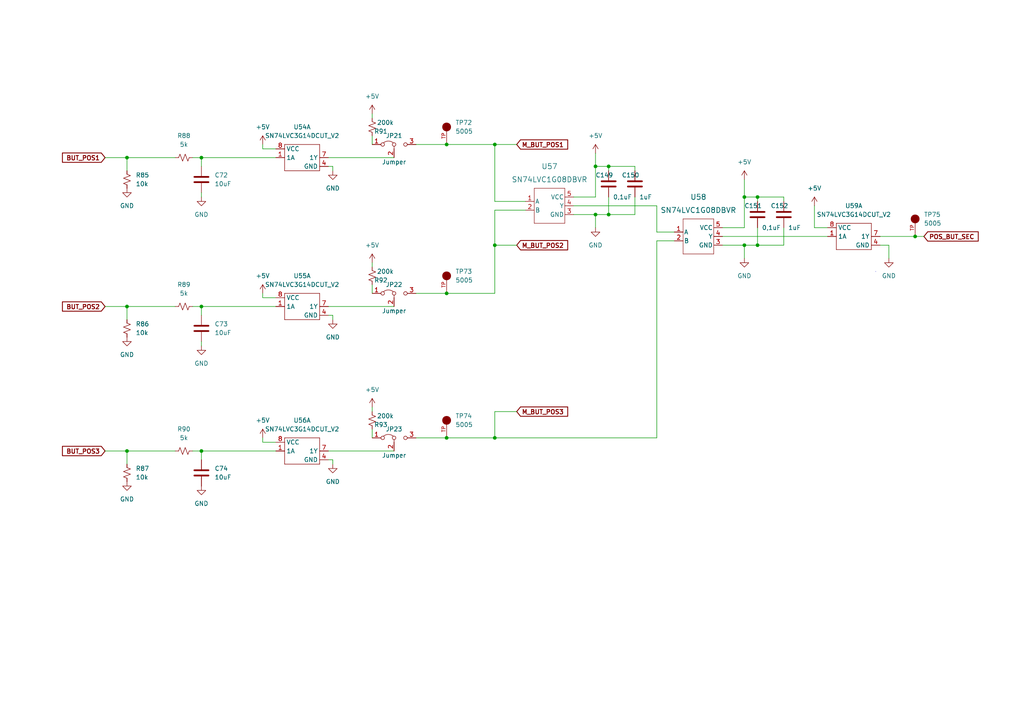
<source format=kicad_sch>
(kicad_sch (version 20211123) (generator eeschema)
  (paper "A4")
  (lib_symbols
    (symbol "Device:C" (pin_numbers hide) (pin_names (offset 0.254))
      (property "Reference" "C" (at 0.635 2.54 0))
      (property "Value" "C" (at 0.635 -2.54 0))
      (symbol "C_0_1"
        (polyline (pts (xy -2.032 -0.762) (xy 2.032 -0.762)) (stroke (width 0.508)))
        (polyline (pts (xy -2.032 0.762) (xy 2.032 0.762)) (stroke (width 0.508)))
      )
      (symbol "C_1_1"
        (pin passive line (at 0 3.81 270) (length 2.794) (name "~") (number "1"))
        (pin passive line (at 0 -3.81 90) (length 2.794) (name "~") (number "2"))
      )
    )
    (symbol "Device:R_Small_US" (pin_numbers hide) (pin_names (offset 0.254) hide)
      (property "Reference" "R" (at 0.762 0.508 0))
      (property "Value" "R_Small_US" (at 0.762 -1.016 0))
      (symbol "R_Small_US_1_1"
        (polyline (pts (xy 0 0) (xy 1.016 -0.381) (xy 0 -0.762) (xy -1.016 -1.143) (xy 0 -1.524)))
        (polyline (pts (xy 0 1.524) (xy 1.016 1.143) (xy 0 0.762) (xy -1.016 0.381) (xy 0 0)))
        (pin passive line (at 0 2.54 270) (length 1.016) (name "~") (number "1"))
        (pin passive line (at 0 -2.54 90) (length 1.016) (name "~") (number "2"))
      )
    )
    (symbol "Jumper:Jumper_3_Bridged12" (pin_names (offset 0) hide)
      (property "Reference" "JP" (at -2.54 -2.54 0))
      (property "Value" "Jumper_3_Bridged12" (at 0 2.794 0))
      (symbol "Jumper_3_Bridged12_0_0"
        (circle (center -3.302 0) (radius 0.508))
        (circle (center 0 0) (radius 0.508))
        (circle (center 3.302 0) (radius 0.508))
      )
      (symbol "Jumper_3_Bridged12_0_1"
        (arc (start -0.254 0.508) (mid -1.651 0.9912) (end -3.048 0.508))
        (polyline (pts (xy 0 -1.27) (xy 0 -0.508)))
      )
      (symbol "Jumper_3_Bridged12_1_1"
        (pin passive line (at -6.35 0 0) (length 2.54) (name "A") (number "1"))
        (pin passive line (at 0 -3.81 90) (length 2.54) (name "C") (number "2"))
        (pin passive line (at 6.35 0 180) (length 2.54) (name "B") (number "3"))
      )
    )
    (symbol "SymLib:5005" (pin_names (offset 1.016))
      (property "Reference" "TP" (at -2.54 2.54 0))
      (property "Value" "5005" (at -2.54 -3.81 0))
      (symbol "5005_0_0"
        (circle (center 0 0) (radius 0.635) (stroke (width 1.27)))
        (pin passive line (at -5.08 0 0) (length 5.08) (name "~") (number "TP"))
      )
    )
    (symbol "SymLib:SN74LVC1G08DBVR" (pin_names (offset 0.254))
      (property "Reference" "U" (at 25.4 10.16 0))
      (property "Value" "SN74LVC1G08DBVR" (at 25.4 7.62 0))
      (symbol "SN74LVC1G08DBVR_0_1"
        (polyline (pts (xy 20.32 -7.62) (xy 29.21 -7.62)) (stroke (width 0.127)))
        (polyline (pts (xy 20.32 2.54) (xy 20.32 -7.62)) (stroke (width 0.127)))
        (polyline (pts (xy 29.21 -7.62) (xy 29.21 2.54)) (stroke (width 0.127)))
        (polyline (pts (xy 29.21 2.54) (xy 20.32 2.54)) (stroke (width 0.127)))
        (pin input line (at 17.78 -1.27 0) (length 2.54) (name "A") (number "1"))
        (pin input line (at 17.78 -3.81 0) (length 2.54) (name "B") (number "2"))
        (pin power_in line (at 31.75 -5.08 180) (length 2.54) (name "GND") (number "3"))
        (pin output line (at 31.75 -2.54 180) (length 2.54) (name "Y") (number "4"))
        (pin power_in line (at 31.75 0 180) (length 2.54) (name "VCC") (number "5"))
      )
    )
    (symbol "SymLib:SN74LVC3G14DCUT_V2"
      (property "Reference" "U" (at -3.81 5.08 0))
      (property "Value" "SN74LVC3G14DCUT_V2" (at 0 -5.08 0))
      (symbol "SN74LVC3G14DCUT_V2_0_1"
        (rectangle (start -5.08 -3.81) (end 5.08 -3.81))
        (rectangle (start -5.08 3.81) (end -5.08 -3.81))
        (rectangle (start -5.08 3.81) (end 5.08 3.81))
        (rectangle (start 5.08 3.81) (end 5.08 -3.81))
      )
      (symbol "SN74LVC3G14DCUT_V2_1_1"
        (pin bidirectional line (at -7.62 0 0) (length 2.54) (name "1A") (number "1"))
        (pin bidirectional line (at 7.62 -2.54 180) (length 2.54) (name "GND") (number "4"))
        (pin output line (at 7.62 0 180) (length 2.54) (name "1Y") (number "7"))
        (pin bidirectional line (at -7.62 2.54 0) (length 2.54) (name "VCC") (number "8"))
      )
      (symbol "SN74LVC3G14DCUT_V2_2_1"
        (pin bidirectional line (at -7.62 0 0) (length 2.54) (name "2A") (number "3"))
        (pin output line (at 7.62 0 180) (length 2.54) (name "2Y") (number "5"))
      )
      (symbol "SN74LVC3G14DCUT_V2_3_1"
        (pin output line (at 7.62 0 180) (length 2.54) (name "3Y") (number "2"))
        (pin bidirectional line (at -7.62 0 0) (length 2.54) (name "3A") (number "6"))
      )
    )
    (symbol "power:+5V" (power) (pin_names (offset 0))
      (property "Value" "+5V" (at 0 3.556 0))
      (symbol "+5V_0_1"
        (polyline (pts (xy -0.762 1.27) (xy 0 2.54)))
        (polyline (pts (xy 0 0) (xy 0 2.54)))
        (polyline (pts (xy 0 2.54) (xy 0.762 1.27)))
      )
      (symbol "+5V_1_1"
        (pin power_in line (at 0 0 90) (length 0) hide (name "+5V") (number "1"))
      )
    )
    (symbol "power:GND" (power) (pin_names (offset 0))
      (property "Value" "GND" (at 0 -3.81 0))
      (symbol "GND_0_1"
        (polyline (pts (xy 0 0) (xy 0 -1.27) (xy 1.27 -1.27) (xy 0 -2.54) (xy -1.27 -1.27) (xy 0 -1.27)))
      )
      (symbol "GND_1_1"
        (pin power_in line (at 0 0 270) (length 0) hide (name "GND") (number "1"))
      )
    )
  )
  (junction (at 129.54 85.09))
  (junction (at 36.83 45.72))
  (junction (at 58.42 88.9))
  (junction (at 172.72 48.26))
  (junction (at 176.53 48.26))
  (junction (at 58.42 130.81))
  (junction (at 129.54 41.91))
  (junction (at 172.72 62.23))
  (junction (at 58.42 45.72))
  (junction (at 143.51 127))
  (junction (at 36.83 130.81))
  (junction (at 176.53 62.23))
  (junction (at 215.9 71.12))
  (junction (at 36.83 88.9))
  (junction (at 265.43 68.58))
  (junction (at 143.51 41.91))
  (junction (at 215.9 57.15))
  (junction (at 129.54 127))
  (junction (at 219.71 57.15))
  (junction (at 143.51 71.12))
  (junction (at 219.71 71.12))
  (wire (pts (xy 80.01 43.18) (xy 76.2 43.18)))
  (wire (pts (xy 107.95 39.37) (xy 107.95 41.91)))
  (wire (pts (xy 172.72 48.26) (xy 172.72 57.15)))
  (wire (pts (xy 95.25 88.9) (xy 114.3 88.9)))
  (wire (pts (xy 107.95 124.46) (xy 107.95 127)))
  (wire (pts (xy 209.55 66.04) (xy 215.9 66.04)))
  (wire (pts (xy 58.42 88.9) (xy 58.42 91.44)))
  (wire (pts (xy 55.88 130.81) (xy 58.42 130.81)))
  (wire (pts (xy 219.71 71.12) (xy 227.33 71.12)))
  (wire (pts (xy 55.88 88.9) (xy 58.42 88.9)))
  (wire (pts (xy 107.95 119.38) (xy 107.95 118.11)))
  (wire (pts (xy 190.5 59.69) (xy 190.5 67.31)))
  (wire (pts (xy 95.25 91.44) (xy 96.52 91.44)))
  (wire (pts (xy 190.5 69.85) (xy 195.58 69.85)))
  (wire (pts (xy 36.83 45.72) (xy 50.8 45.72)))
  (wire (pts (xy 95.25 45.72) (xy 114.3 45.72)))
  (wire (pts (xy 58.42 45.72) (xy 80.01 45.72)))
  (wire (pts (xy 143.51 60.96) (xy 143.51 71.12)))
  (wire (pts (xy 143.51 41.91) (xy 129.54 41.91)))
  (wire (pts (xy 58.42 130.81) (xy 80.01 130.81)))
  (wire (pts (xy 215.9 71.12) (xy 215.9 74.93)))
  (wire (pts (xy 143.51 71.12) (xy 149.86 71.12)))
  (wire (pts (xy 227.33 57.15) (xy 219.71 57.15)))
  (wire (pts (xy 184.15 57.15) (xy 184.15 62.23)))
  (wire (pts (xy 227.33 66.04) (xy 227.33 71.12)))
  (wire (pts (xy 215.9 57.15) (xy 215.9 66.04)))
  (wire (pts (xy 166.37 59.69) (xy 190.5 59.69)))
  (wire (pts (xy 184.15 48.26) (xy 176.53 48.26)))
  (wire (pts (xy 36.83 88.9) (xy 36.83 92.71)))
  (wire (pts (xy 36.83 130.81) (xy 36.83 134.62)))
  (wire (pts (xy 149.86 119.38) (xy 143.51 119.38)))
  (wire (pts (xy 172.72 48.26) (xy 176.53 48.26)))
  (wire (pts (xy 76.2 43.18) (xy 76.2 41.91)))
  (wire (pts (xy 107.95 82.55) (xy 107.95 85.09)))
  (wire (pts (xy 95.25 48.26) (xy 96.52 48.26)))
  (polyline (pts (xy 254 78.74) (xy 254 78.74)))
  (wire (pts (xy 107.95 77.47) (xy 107.95 76.2)))
  (wire (pts (xy 265.43 68.58) (xy 267.97 68.58)))
  (wire (pts (xy 190.5 69.85) (xy 190.5 127)))
  (wire (pts (xy 143.51 127) (xy 190.5 127)))
  (wire (pts (xy 30.48 45.72) (xy 36.83 45.72)))
  (wire (pts (xy 215.9 52.07) (xy 215.9 57.15)))
  (wire (pts (xy 172.72 62.23) (xy 172.72 66.04)))
  (wire (pts (xy 96.52 134.62) (xy 96.52 133.35)))
  (wire (pts (xy 166.37 57.15) (xy 172.72 57.15)))
  (wire (pts (xy 240.03 66.04) (xy 236.22 66.04)))
  (wire (pts (xy 129.54 127) (xy 143.51 127)))
  (wire (pts (xy 143.51 58.42) (xy 152.4 58.42)))
  (wire (pts (xy 190.5 67.31) (xy 195.58 67.31)))
  (wire (pts (xy 255.27 68.58) (xy 265.43 68.58)))
  (wire (pts (xy 58.42 45.72) (xy 58.42 48.26)))
  (wire (pts (xy 120.65 127) (xy 129.54 127)))
  (wire (pts (xy 76.2 86.36) (xy 76.2 85.09)))
  (wire (pts (xy 176.53 49.53) (xy 176.53 48.26)))
  (wire (pts (xy 76.2 128.27) (xy 76.2 127)))
  (wire (pts (xy 129.54 41.91) (xy 120.65 41.91)))
  (wire (pts (xy 219.71 71.12) (xy 215.9 71.12)))
  (wire (pts (xy 96.52 92.71) (xy 96.52 91.44)))
  (wire (pts (xy 107.95 34.29) (xy 107.95 33.02)))
  (wire (pts (xy 176.53 57.15) (xy 176.53 62.23)))
  (wire (pts (xy 30.48 130.81) (xy 36.83 130.81)))
  (wire (pts (xy 58.42 99.06) (xy 58.42 100.33)))
  (wire (pts (xy 95.25 133.35) (xy 96.52 133.35)))
  (wire (pts (xy 143.51 41.91) (xy 143.51 58.42)))
  (wire (pts (xy 58.42 55.88) (xy 58.42 57.15)))
  (wire (pts (xy 143.51 119.38) (xy 143.51 127)))
  (wire (pts (xy 143.51 41.91) (xy 149.86 41.91)))
  (wire (pts (xy 58.42 88.9) (xy 80.01 88.9)))
  (wire (pts (xy 219.71 58.42) (xy 219.71 57.15)))
  (wire (pts (xy 36.83 88.9) (xy 50.8 88.9)))
  (wire (pts (xy 129.54 85.09) (xy 120.65 85.09)))
  (wire (pts (xy 166.37 62.23) (xy 172.72 62.23)))
  (wire (pts (xy 172.72 44.45) (xy 172.72 48.26)))
  (wire (pts (xy 30.48 88.9) (xy 36.83 88.9)))
  (wire (pts (xy 58.42 45.72) (xy 55.88 45.72)))
  (wire (pts (xy 176.53 62.23) (xy 172.72 62.23)))
  (wire (pts (xy 227.33 58.42) (xy 227.33 57.15)))
  (wire (pts (xy 80.01 86.36) (xy 76.2 86.36)))
  (wire (pts (xy 209.55 68.58) (xy 240.03 68.58)))
  (wire (pts (xy 36.83 130.81) (xy 50.8 130.81)))
  (wire (pts (xy 95.25 130.81) (xy 114.3 130.81)))
  (wire (pts (xy 152.4 60.96) (xy 143.51 60.96)))
  (wire (pts (xy 176.53 62.23) (xy 184.15 62.23)))
  (wire (pts (xy 257.81 71.12) (xy 257.81 74.93)))
  (wire (pts (xy 143.51 71.12) (xy 143.51 85.09)))
  (wire (pts (xy 58.42 130.81) (xy 58.42 133.35)))
  (wire (pts (xy 215.9 57.15) (xy 219.71 57.15)))
  (wire (pts (xy 255.27 71.12) (xy 257.81 71.12)))
  (wire (pts (xy 96.52 49.53) (xy 96.52 48.26)))
  (wire (pts (xy 219.71 66.04) (xy 219.71 71.12)))
  (wire (pts (xy 80.01 128.27) (xy 76.2 128.27)))
  (wire (pts (xy 143.51 85.09) (xy 129.54 85.09)))
  (wire (pts (xy 209.55 71.12) (xy 215.9 71.12)))
  (wire (pts (xy 36.83 45.72) (xy 36.83 49.53)))
  (wire (pts (xy 236.22 59.69) (xy 236.22 66.04)))
  (wire (pts (xy 184.15 49.53) (xy 184.15 48.26)))
  (global_label "M_BUT_POS1" (shape input) (at 149.86 41.91 0) (effects (font (thickness 0.254) bold)) (property "Intersheet References" "${INTERSHEET_REFS}" (effects hide)))
  (global_label "M_BUT_POS3" (shape input) (at 149.86 119.38 0) (effects (font (thickness 0.254) bold)) (property "Intersheet References" "${INTERSHEET_REFS}" (effects hide)))
  (global_label "BUT_POS1" (shape input) (at 30.48 45.72 180) (effects (font (thickness 0.254) bold)) (property "Intersheet References" "${INTERSHEET_REFS}" (effects hide)))
  (global_label "BUT_POS2" (shape input) (at 30.48 88.9 180) (effects (font (thickness 0.254) bold)) (property "Intersheet References" "${INTERSHEET_REFS}" (effects hide)))
  (global_label "BUT_POS3" (shape input) (at 30.48 130.81 180) (effects (font (thickness 0.254) bold)) (property "Intersheet References" "${INTERSHEET_REFS}" (effects hide)))
  (global_label "POS_BUT_SEC" (shape input) (at 267.97 68.58 0) (effects (font (thickness 0.254) bold)) (property "Intersheet References" "${INTERSHEET_REFS}" (effects hide)))
  (global_label "M_BUT_POS2" (shape input) (at 149.86 71.12 0) (effects (font (thickness 0.254) bold)) (property "Intersheet References" "${INTERSHEET_REFS}" (effects hide)))
  (symbol (lib_id "Device:C") (at 227.33 62.23 0) (unit 1)
    (property "Reference" "C152" (at 223.52 59.69 0) (effects (justify left)))
    (property "Value" "1uF" (at 228.6 66.04 0) (effects (justify left)))
    (property "Footprint" "Capacitor_SMD:C_0603_1608Metric" (effects hide))
  )
  (symbol (lib_id "Device:R_Small_US") (at 36.83 95.25 0) (unit 1)
    (property "Reference" "R86" (at 39.37 93.9799 0) (effects (justify left)))
    (property "Value" "10k" (at 39.37 96.5199 0) (effects (justify left)))
    (property "Footprint" "Resistor_SMD:R_0603_1608Metric" (effects hide))
  )
  (symbol (lib_id "Device:C") (at 176.53 53.34 0) (unit 1)
    (property "Reference" "C149" (at 172.72 50.8 0) (effects (justify left)))
    (property "Value" "0,1uF" (at 177.8 57.15 0) (effects (justify left)))
    (property "Footprint" "Capacitor_SMD:C_0603_1608Metric" (effects hide))
  )
  (symbol (lib_id "power:GND") (at 36.83 97.79 0) (unit 1)
    (property "Reference" "#PWR0315" (effects hide))
    (property "Value" "GND" (at 36.83 102.87 0))
  )
  (symbol (lib_id "Jumper:Jumper_3_Bridged12") (at 114.3 127 0) (unit 1)
    (property "Reference" "JP23" (at 114.3 124.46 0))
    (property "Value" "Jumper" (at 114.3 132.08 0))
    (property "Footprint" "Connector_PinHeader_2.54mm:PinHeader_1x03_P2.54mm_Vertical" (effects hide))
  )
  (symbol (lib_id "Device:C") (at 58.42 137.16 0) (unit 1)
    (property "Reference" "C74" (at 62.23 135.8899 0) (effects (justify left)))
    (property "Value" "10uF" (at 62.23 138.4299 0) (effects (justify left)))
    (property "Footprint" "Capacitor_SMD:C_0603_1608Metric" (effects hide))
  )
  (symbol (lib_id "SymLib:SN74LVC3G14DCUT_V2") (at 87.63 88.9 0) (unit 1)
    (property "Reference" "U55" (at 87.63 80.01 0))
    (property "Value" "SN74LVC3G14DCUT_V2" (at 87.63 82.55 0))
    (property "Footprint" "FootPrint:SN74LVC3G14DCUT" (effects hide))
  )
  (symbol (lib_id "SymLib:SN74LVC3G14DCUT_V2") (at 247.65 68.58 0) (unit 1)
    (property "Reference" "U59" (at 247.65 59.69 0))
    (property "Value" "SN74LVC3G14DCUT_V2" (at 247.65 62.23 0))
    (property "Footprint" "FootPrint:SN74LVC3G14DCUT" (effects hide))
  )
  (symbol (lib_id "SymLib:5005") (at 129.54 80.01 90) (unit 1)
    (property "Reference" "TP73" (at 132.08 78.7399 90) (effects (justify right)))
    (property "Value" "5005" (at 132.08 81.2799 90) (effects (justify right)))
    (property "Footprint" "FootPrint:KEYSTONE_5005" (effects hide))
    (property "MF" "Keystone Electronics" (effects hide))
    (property "DESCRIPTION" "Compact THM Test Point -Red" (effects hide))
    (property "PACKAGE" "NON STANDARD-1 Keystone" (effects hide))
    (property "PRICE" "None" (effects hide))
    (property "MP" "5005" (effects hide))
    (property "AVAILABILITY" "In Stock" (effects hide))
    (property "PURCHASE-URL" "https://pricing.snapeda.com/search/part/5005/?ref=eda" (effects hide))
  )
  (symbol (lib_id "Device:R_Small_US") (at 107.95 121.92 0) (unit 1)
    (property "Reference" "R93" (at 110.49 123.19 0))
    (property "Value" "200k" (at 111.76 120.65 0))
    (property "Footprint" "Resistor_SMD:R_0603_1608Metric" (effects hide))
  )
  (symbol (lib_id "power:GND") (at 172.72 66.04 0) (unit 1)
    (property "Reference" "#PWR0329" (effects hide))
    (property "Value" "GND" (at 172.72 71.12 0))
  )
  (symbol (lib_id "power:+5V") (at 107.95 33.02 0) (unit 1)
    (property "Reference" "#PWR0326" (effects hide))
    (property "Value" "+5V" (at 107.95 27.94 0))
  )
  (symbol (lib_id "power:+5V") (at 76.2 85.09 0) (unit 1)
    (property "Reference" "#PWR0321" (effects hide))
    (property "Value" "+5V" (at 76.2 80.01 0))
  )
  (symbol (lib_id "power:GND") (at 58.42 100.33 0) (unit 1)
    (property "Reference" "#PWR0318" (effects hide))
    (property "Value" "GND" (at 58.42 105.41 0))
  )
  (symbol (lib_id "power:GND") (at 96.52 49.53 0) (unit 1)
    (property "Reference" "#PWR0323" (effects hide))
    (property "Value" "GND" (at 96.52 54.61 0))
  )
  (symbol (lib_id "power:+5V") (at 76.2 41.91 0) (unit 1)
    (property "Reference" "#PWR0320" (effects hide))
    (property "Value" "+5V" (at 76.2 36.83 0))
  )
  (symbol (lib_id "Device:R_Small_US") (at 107.95 80.01 0) (unit 1)
    (property "Reference" "R92" (at 110.49 81.28 0))
    (property "Value" "200k" (at 111.76 78.74 0))
    (property "Footprint" "Resistor_SMD:R_0603_1608Metric" (effects hide))
  )
  (symbol (lib_id "Jumper:Jumper_3_Bridged12") (at 114.3 85.09 0) (unit 1)
    (property "Reference" "JP22" (at 114.3 82.55 0))
    (property "Value" "Jumper" (at 114.3 90.17 0))
    (property "Footprint" "Connector_PinHeader_2.54mm:PinHeader_1x03_P2.54mm_Vertical" (effects hide))
  )
  (symbol (lib_id "Device:C") (at 58.42 95.25 0) (unit 1)
    (property "Reference" "C73" (at 62.23 93.9799 0) (effects (justify left)))
    (property "Value" "10uF" (at 62.23 96.5199 0) (effects (justify left)))
    (property "Footprint" "Capacitor_SMD:C_0603_1608Metric" (effects hide))
  )
  (symbol (lib_id "power:GND") (at 58.42 140.97 0) (unit 1)
    (property "Reference" "#PWR0319" (effects hide))
    (property "Value" "GND" (at 58.42 146.05 0))
  )
  (symbol (lib_id "SymLib:5005") (at 129.54 36.83 90) (unit 1)
    (property "Reference" "TP72" (at 132.08 35.5599 90) (effects (justify right)))
    (property "Value" "5005" (at 132.08 38.0999 90) (effects (justify right)))
    (property "Footprint" "FootPrint:KEYSTONE_5005" (effects hide))
    (property "MF" "Keystone Electronics" (effects hide))
    (property "DESCRIPTION" "Compact THM Test Point -Red" (effects hide))
    (property "PACKAGE" "NON STANDARD-1 Keystone" (effects hide))
    (property "PRICE" "None" (effects hide))
    (property "MP" "5005" (effects hide))
    (property "AVAILABILITY" "In Stock" (effects hide))
    (property "PURCHASE-URL" "https://pricing.snapeda.com/search/part/5005/?ref=eda" (effects hide))
  )
  (symbol (lib_id "power:+5V") (at 236.22 59.69 0) (unit 1)
    (property "Reference" "#PWR0333" (effects hide))
    (property "Value" "+5V" (at 236.22 54.61 0))
  )
  (symbol (lib_id "Device:R_Small_US") (at 53.34 45.72 90) (unit 1)
    (property "Reference" "R88" (at 53.34 39.37 90))
    (property "Value" "5k" (at 53.34 41.91 90))
    (property "Footprint" "Resistor_SMD:R_0603_1608Metric" (effects hide))
  )
  (symbol (lib_id "SymLib:SN74LVC3G14DCUT_V2") (at 87.63 45.72 0) (unit 1)
    (property "Reference" "U54" (at 87.63 36.83 0))
    (property "Value" "SN74LVC3G14DCUT_V2" (at 87.63 39.37 0))
    (property "Footprint" "FootPrint:SN74LVC3G14DCUT" (effects hide))
  )
  (symbol (lib_id "SymLib:5005") (at 265.43 63.5 90) (unit 1)
    (property "Reference" "TP75" (at 267.97 62.2299 90) (effects (justify right)))
    (property "Value" "5005" (at 267.97 64.7699 90) (effects (justify right)))
    (property "Footprint" "FootPrint:KEYSTONE_5005" (effects hide))
    (property "MF" "Keystone Electronics" (effects hide))
    (property "DESCRIPTION" "Compact THM Test Point -Red" (effects hide))
    (property "PACKAGE" "NON STANDARD-1 Keystone" (effects hide))
    (property "PRICE" "None" (effects hide))
    (property "MP" "5005" (effects hide))
    (property "AVAILABILITY" "In Stock" (effects hide))
    (property "PURCHASE-URL" "https://pricing.snapeda.com/search/part/5005/?ref=eda" (effects hide))
  )
  (symbol (lib_id "Device:R_Small_US") (at 107.95 36.83 0) (unit 1)
    (property "Reference" "R91" (at 110.49 38.1 0))
    (property "Value" "200k" (at 111.76 35.56 0))
    (property "Footprint" "Resistor_SMD:R_0603_1608Metric" (effects hide))
  )
  (symbol (lib_id "Device:C") (at 184.15 53.34 0) (unit 1)
    (property "Reference" "C150" (at 180.34 50.8 0) (effects (justify left)))
    (property "Value" "1uF" (at 185.42 57.15 0) (effects (justify left)))
    (property "Footprint" "Capacitor_SMD:C_0603_1608Metric" (effects hide))
  )
  (symbol (lib_id "power:GND") (at 215.9 74.93 0) (unit 1)
    (property "Reference" "#PWR0331" (effects hide))
    (property "Value" "GND" (at 215.9 80.01 0))
  )
  (symbol (lib_id "power:+5V") (at 107.95 118.11 0) (unit 1)
    (property "Reference" "#PWR0328" (effects hide))
    (property "Value" "+5V" (at 107.95 113.03 0))
  )
  (symbol (lib_id "power:GND") (at 257.81 74.93 0) (unit 1)
    (property "Reference" "#PWR0334" (effects hide))
    (property "Value" "GND" (at 257.81 80.01 0))
  )
  (symbol (lib_id "Device:C") (at 58.42 52.07 0) (unit 1)
    (property "Reference" "C72" (at 62.23 50.7999 0) (effects (justify left)))
    (property "Value" "10uF" (at 62.23 53.3399 0) (effects (justify left)))
    (property "Footprint" "Capacitor_SMD:C_0603_1608Metric" (effects hide))
  )
  (symbol (lib_id "power:GND") (at 96.52 92.71 0) (unit 1)
    (property "Reference" "#PWR0324" (effects hide))
    (property "Value" "GND" (at 96.52 97.79 0))
  )
  (symbol (lib_id "SymLib:SN74LVC1G08DBVR") (at 177.8 66.04 0) (unit 1)
    (property "Reference" "U58" (at 202.565 57.15 0) (effects (font (size 1.524 1.524))))
    (property "Value" "SN74LVC1G08DBVR" (at 202.565 60.96 0) (effects (font (size 1.524 1.524))))
    (property "Footprint" "FootPrint:SOT95P270X145-5N" (effects hide))
  )
  (symbol (lib_id "SymLib:SN74LVC1G08DBVR") (at 134.62 57.15 0) (unit 1)
    (property "Reference" "U57" (at 159.385 48.26 0) (effects (font (size 1.524 1.524))))
    (property "Value" "SN74LVC1G08DBVR" (at 159.385 52.07 0) (effects (font (size 1.524 1.524))))
    (property "Footprint" "FootPrint:SOT95P270X145-5N" (effects hide))
  )
  (symbol (lib_id "power:+5V") (at 107.95 76.2 0) (unit 1)
    (property "Reference" "#PWR0327" (effects hide))
    (property "Value" "+5V" (at 107.95 71.12 0))
  )
  (symbol (lib_id "Jumper:Jumper_3_Bridged12") (at 114.3 41.91 0) (unit 1)
    (property "Reference" "JP21" (at 114.3 39.37 0))
    (property "Value" "Jumper" (at 114.3 46.99 0))
    (property "Footprint" "Connector_PinHeader_2.54mm:PinHeader_1x03_P2.54mm_Vertical" (effects hide))
  )
  (symbol (lib_id "power:GND") (at 36.83 139.7 0) (unit 1)
    (property "Reference" "#PWR0316" (effects hide))
    (property "Value" "GND" (at 36.83 144.78 0))
  )
  (symbol (lib_id "Device:R_Small_US") (at 36.83 52.07 0) (unit 1)
    (property "Reference" "R85" (at 39.37 50.7999 0) (effects (justify left)))
    (property "Value" "10k" (at 39.37 53.3399 0) (effects (justify left)))
    (property "Footprint" "Resistor_SMD:R_0603_1608Metric" (effects hide))
  )
  (symbol (lib_id "power:GND") (at 58.42 57.15 0) (unit 1)
    (property "Reference" "#PWR0317" (effects hide))
    (property "Value" "GND" (at 58.42 62.23 0))
  )
  (symbol (lib_id "SymLib:SN74LVC3G14DCUT_V2") (at 87.63 130.81 0) (unit 1)
    (property "Reference" "U56" (at 87.63 121.92 0))
    (property "Value" "SN74LVC3G14DCUT_V2" (at 87.63 124.46 0))
    (property "Footprint" "FootPrint:SN74LVC3G14DCUT" (effects hide))
  )
  (symbol (lib_id "Device:R_Small_US") (at 53.34 130.81 90) (unit 1)
    (property "Reference" "R90" (at 53.34 124.46 90))
    (property "Value" "5k" (at 53.34 127 90))
    (property "Footprint" "Resistor_SMD:R_0603_1608Metric" (effects hide))
  )
  (symbol (lib_id "SymLib:5005") (at 129.54 121.92 90) (unit 1)
    (property "Reference" "TP74" (at 132.08 120.6499 90) (effects (justify right)))
    (property "Value" "5005" (at 132.08 123.1899 90) (effects (justify right)))
    (property "Footprint" "FootPrint:KEYSTONE_5005" (effects hide))
    (property "MF" "Keystone Electronics" (effects hide))
    (property "DESCRIPTION" "Compact THM Test Point -Red" (effects hide))
    (property "PACKAGE" "NON STANDARD-1 Keystone" (effects hide))
    (property "PRICE" "None" (effects hide))
    (property "MP" "5005" (effects hide))
    (property "AVAILABILITY" "In Stock" (effects hide))
    (property "PURCHASE-URL" "https://pricing.snapeda.com/search/part/5005/?ref=eda" (effects hide))
  )
  (symbol (lib_id "power:GND") (at 36.83 54.61 0) (unit 1)
    (property "Reference" "#PWR0314" (effects hide))
    (property "Value" "GND" (at 36.83 59.69 0))
  )
  (symbol (lib_id "power:+5V") (at 76.2 127 0) (unit 1)
    (property "Reference" "#PWR0322" (effects hide))
    (property "Value" "+5V" (at 76.2 121.92 0))
  )
  (symbol (lib_id "power:GND") (at 96.52 134.62 0) (unit 1)
    (property "Reference" "#PWR0325" (effects hide))
    (property "Value" "GND" (at 96.52 139.7 0))
  )
  (symbol (lib_id "power:+5V") (at 172.72 44.45 0) (unit 1)
    (property "Reference" "#PWR0330" (effects hide))
    (property "Value" "+5V" (at 172.72 39.37 0))
  )
  (symbol (lib_id "Device:R_Small_US") (at 36.83 137.16 0) (unit 1)
    (property "Reference" "R87" (at 39.37 135.8899 0) (effects (justify left)))
    (property "Value" "10k" (at 39.37 138.4299 0) (effects (justify left)))
    (property "Footprint" "Resistor_SMD:R_0603_1608Metric" (effects hide))
  )
  (symbol (lib_id "Device:C") (at 219.71 62.23 0) (unit 1)
    (property "Reference" "C151" (at 215.9 59.69 0) (effects (justify left)))
    (property "Value" "0,1uF" (at 220.98 66.04 0) (effects (justify left)))
    (property "Footprint" "Capacitor_SMD:C_0603_1608Metric" (effects hide))
  )
  (symbol (lib_id "Device:R_Small_US") (at 53.34 88.9 90) (unit 1)
    (property "Reference" "R89" (at 53.34 82.55 90))
    (property "Value" "5k" (at 53.34 85.09 90))
    (property "Footprint" "Resistor_SMD:R_0603_1608Metric" (effects hide))
  )
  (symbol (lib_id "power:+5V") (at 215.9 52.07 0) (unit 1)
    (property "Reference" "#PWR0332" (effects hide))
    (property "Value" "+5V" (at 215.9 46.99 0))
  )
)
</source>
